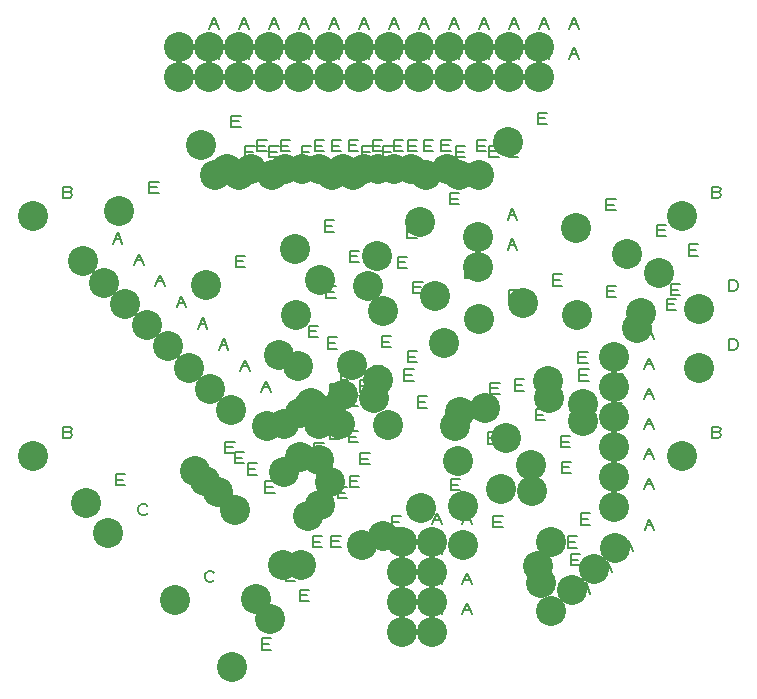
<source format=gbr>
G04 EasyPC Gerber Version 21.0.3 Build 4286 *
G04 #@! TF.Part,Single*
G04 #@! TF.FileFunction,Drillmap *
G04 #@! TF.FilePolarity,Positive *
%FSLAX35Y35*%
%MOIN*%
%ADD10C,0.00500*%
G04 #@! TA.AperFunction,WasherPad*
%ADD128C,0.10000*%
X0Y0D02*
D02*
D10*
X26037Y88963D02*
X26663Y88650D01*
X26975Y88025*
X26663Y87400*
X26037Y87087*
X23850*
Y90837*
X26037*
X26663Y90525*
X26975Y89900*
X26663Y89275*
X26037Y88963*
X23850*
X26037Y168963D02*
X26663Y168650D01*
X26975Y168025*
X26663Y167400*
X26037Y167087*
X23850*
Y170837*
X26037*
X26663Y170525*
X26975Y169900*
X26663Y169275*
X26037Y168963*
X23850*
X40501Y151836D02*
X42064Y155586D01*
X43626Y151836*
X41126Y153399D02*
X43001D01*
X41350Y71287D02*
Y75037D01*
X44475*
X43850Y73163D02*
X41350D01*
Y71287D02*
X44475D01*
X47572Y144765D02*
X49135Y148515D01*
X50698Y144765*
X48198Y146328D02*
X50072D01*
X51990Y61998D02*
X51677Y61685D01*
X51052Y61373*
X50115*
X49490Y61685*
X49177Y61998*
X48865Y62623*
Y63873*
X49177Y64498*
X49490Y64811*
X50115Y65123*
X51052*
X51677Y64811*
X51990Y64498*
X52550Y168787D02*
Y172537D01*
X55675*
X55050Y170663D02*
X52550D01*
Y168787D02*
X55675D01*
X54643Y137694D02*
X56206Y141444D01*
X57769Y137694*
X55269Y139257D02*
X57143D01*
X61715Y130623D02*
X63277Y134373D01*
X64840Y130623*
X62340Y132185D02*
X64215D01*
X68785Y123552D02*
X70348Y127302D01*
X71911Y123552*
X69411Y125115D02*
X71285D01*
X74264Y39724D02*
X73951Y39411D01*
X73326Y39099*
X72389*
X71764Y39411*
X71451Y39724*
X71139Y40349*
Y41599*
X71451Y42224*
X71764Y42537*
X72389Y42849*
X73326*
X73951Y42537*
X74264Y42224*
X72650Y213487D02*
X74213Y217237D01*
X75775Y213487*
X73275Y215050D02*
X75150D01*
X72650Y223487D02*
X74213Y227237D01*
X75775Y223487*
X73275Y225050D02*
X75150D01*
X75857Y116481D02*
X77419Y120231D01*
X78982Y116481*
X76482Y118043D02*
X78357D01*
X77950Y82087D02*
Y85837D01*
X81075*
X80450Y83963D02*
X77950D01*
Y82087D02*
X81075D01*
X79950Y190687D02*
Y194437D01*
X83075*
X82450Y192563D02*
X79950D01*
Y190687D02*
X83075D01*
X81150Y78587D02*
Y82337D01*
X84275*
X83650Y80463D02*
X81150D01*
Y78587D02*
X84275D01*
X81350Y144087D02*
Y147837D01*
X84475*
X83850Y145963D02*
X81350D01*
Y144087D02*
X84475D01*
X82650Y213487D02*
X84213Y217237D01*
X85775Y213487*
X83275Y215050D02*
X85150D01*
X82650Y223487D02*
X84213Y227237D01*
X85775Y223487*
X83275Y225050D02*
X85150D01*
X82928Y109410D02*
X84490Y113160D01*
X86053Y109410*
X83553Y110972D02*
X85428D01*
X84650Y180587D02*
Y184337D01*
X87775*
X87150Y182463D02*
X84650D01*
Y180587D02*
X87775D01*
X85450Y74887D02*
Y78637D01*
X88575*
X87950Y76763D02*
X85450D01*
Y74887D02*
X88575D01*
X88550Y182587D02*
Y186337D01*
X91675*
X91050Y184463D02*
X88550D01*
Y182587D02*
X91675D01*
X89999Y102339D02*
X91561Y106089D01*
X93124Y102339*
X90624Y103901D02*
X92499D01*
X90088Y16550D02*
Y20300D01*
X93213*
X92588Y18425D02*
X90088D01*
Y16550D02*
X93213D01*
X91250Y68887D02*
Y72637D01*
X94375*
X93750Y70763D02*
X91250D01*
Y68887D02*
X94375D01*
X92650Y180587D02*
Y184337D01*
X95775*
X95150Y182463D02*
X92650D01*
Y180587D02*
X95775D01*
X92650Y213487D02*
X94213Y217237D01*
X95775Y213487*
X93275Y215050D02*
X95150D01*
X92650Y223487D02*
X94213Y227237D01*
X95775Y223487*
X93275Y225050D02*
X95150D01*
X96350Y182587D02*
Y186337D01*
X99475*
X98850Y184463D02*
X96350D01*
Y182587D02*
X99475D01*
X98150Y39487D02*
Y43237D01*
X101275*
X100650Y41363D02*
X98150D01*
Y39487D02*
X101275D01*
X101750Y96887D02*
Y100637D01*
X104875*
X104250Y98763D02*
X101750D01*
Y96887D02*
X104875D01*
X101800Y96837D02*
Y100587D01*
X104925*
X104300Y98713D02*
X101800D01*
Y96837D02*
X104925D01*
X102650Y213487D02*
X104213Y217237D01*
X105775Y213487*
X103275Y215050D02*
X105150D01*
X102650Y223487D02*
X104213Y227237D01*
X105775Y223487*
X103275Y225050D02*
X105150D01*
X102750Y32787D02*
Y36537D01*
X105875*
X105250Y34663D02*
X102750D01*
Y32787D02*
X105875D01*
X103450Y180587D02*
Y184337D01*
X106575*
X105950Y182463D02*
X103450D01*
Y180587D02*
X106575D01*
X105750Y120787D02*
Y124537D01*
X108875*
X108250Y122663D02*
X105750D01*
Y120787D02*
X108875D01*
X107050Y50587D02*
Y54337D01*
X110175*
X109550Y52463D02*
X107050D01*
Y50587D02*
X110175D01*
X107650Y81687D02*
Y85437D01*
X110775*
X110150Y83563D02*
X107650D01*
Y81687D02*
X110775D01*
X107650Y97587D02*
Y101337D01*
X110775*
X110150Y99463D02*
X107650D01*
Y97587D02*
X110775D01*
X107750Y182587D02*
Y186337D01*
X110875*
X110250Y184463D02*
X107750D01*
Y182587D02*
X110875D01*
X111150Y155887D02*
Y159637D01*
X114275*
X113650Y157763D02*
X111150D01*
Y155887D02*
X114275D01*
X111550Y133887D02*
Y137637D01*
X114675*
X114050Y135763D02*
X111550D01*
Y133887D02*
X114675D01*
X112150Y116887D02*
Y120637D01*
X115275*
X114650Y118763D02*
X112150D01*
Y116887D02*
X115275D01*
X112650Y213487D02*
X114213Y217237D01*
X115775Y213487*
X113275Y215050D02*
X115150D01*
X112650Y223487D02*
X114213Y227237D01*
X115775Y223487*
X113275Y225050D02*
X115150D01*
X112750Y86587D02*
Y90337D01*
X115875*
X115250Y88463D02*
X112750D01*
Y86587D02*
X115875D01*
X112750Y101187D02*
Y104937D01*
X115875*
X115250Y103063D02*
X112750D01*
Y101187D02*
X115875D01*
X113250Y50787D02*
Y54537D01*
X116375*
X115750Y52663D02*
X113250D01*
Y50787D02*
X116375D01*
X113450Y182587D02*
Y186337D01*
X116575*
X115950Y184463D02*
X113450D01*
Y182587D02*
X116575D01*
X115350Y66987D02*
Y70737D01*
X118475*
X117850Y68863D02*
X115350D01*
Y66987D02*
X118475D01*
X116350Y104587D02*
Y108337D01*
X119475*
X118850Y106463D02*
X116350D01*
Y104587D02*
X119475D01*
X119150Y85587D02*
Y89337D01*
X122275*
X121650Y87463D02*
X119150D01*
Y85587D02*
X122275D01*
X119150Y97787D02*
Y101537D01*
X122275*
X121650Y99663D02*
X119150D01*
Y97787D02*
X122275D01*
X119150Y182687D02*
Y186437D01*
X122275*
X121650Y184563D02*
X119150D01*
Y182687D02*
X122275D01*
X119350Y70687D02*
Y74437D01*
X122475*
X121850Y72563D02*
X119350D01*
Y70687D02*
X122475D01*
X119487Y145687D02*
Y149437D01*
X122612*
X121987Y147563D02*
X119487D01*
Y145687D02*
X122612D01*
X122650Y213487D02*
X124213Y217237D01*
X125775Y213487*
X123275Y215050D02*
X125150D01*
X122650Y223487D02*
X124213Y227237D01*
X125775Y223487*
X123275Y225050D02*
X125150D01*
X122750Y102487D02*
Y106237D01*
X125875*
X125250Y104363D02*
X122750D01*
Y102487D02*
X125875D01*
X122970Y78287D02*
Y82037D01*
X126096*
X125470Y80163D02*
X122970D01*
Y78287D02*
X126096D01*
X123650Y180587D02*
Y184337D01*
X126775*
X126150Y182463D02*
X123650D01*
Y180587D02*
X126775D01*
X126250Y97687D02*
Y101437D01*
X129375*
X128750Y99563D02*
X126250D01*
Y97687D02*
X129375D01*
X127150Y182587D02*
Y186337D01*
X130275*
X129650Y184463D02*
X127150D01*
Y182587D02*
X130275D01*
X127250Y107287D02*
Y111037D01*
X130375*
X129750Y109163D02*
X127250D01*
Y107287D02*
X130375D01*
X130150Y117287D02*
Y121037D01*
X133275*
X132650Y119163D02*
X130150D01*
Y117287D02*
X133275D01*
X130650Y180587D02*
Y184337D01*
X133775*
X133150Y182463D02*
X130650D01*
Y180587D02*
X133775D01*
X132650Y213487D02*
X134213Y217237D01*
X135775Y213487*
X133275Y215050D02*
X135150D01*
X132650Y223487D02*
X134213Y227237D01*
X135775Y223487*
X133275Y225050D02*
X135150D01*
X133450Y57187D02*
Y60937D01*
X136575*
X135950Y59063D02*
X133450D01*
Y57187D02*
X136575D01*
X134150Y182587D02*
Y186337D01*
X137275*
X136650Y184463D02*
X134150D01*
Y182587D02*
X137275D01*
X135350Y143787D02*
Y147537D01*
X138475*
X137850Y145663D02*
X135350D01*
Y143787D02*
X138475D01*
X137550Y106187D02*
Y109937D01*
X140675*
X140050Y108063D02*
X137550D01*
Y106187D02*
X140675D01*
X138650Y153687D02*
Y157437D01*
X141775*
X141150Y155563D02*
X138650D01*
Y153687D02*
X141775D01*
X138750Y112287D02*
Y116037D01*
X141875*
X141250Y114163D02*
X138750D01*
Y112287D02*
X141875D01*
X138850Y182587D02*
Y186337D01*
X141975*
X141350Y184463D02*
X138850D01*
Y182587D02*
X141975D01*
X140350Y60487D02*
Y64237D01*
X143475*
X142850Y62363D02*
X140350D01*
Y60487D02*
X143475D01*
X140550Y135387D02*
Y139137D01*
X143675*
X143050Y137263D02*
X140550D01*
Y135387D02*
X143675D01*
X142050Y97187D02*
Y100937D01*
X145175*
X144550Y99063D02*
X142050D01*
Y97187D02*
X145175D01*
X142650Y213487D02*
X144213Y217237D01*
X145775Y213487*
X143275Y215050D02*
X145150D01*
X142650Y223487D02*
X144213Y227237D01*
X145775Y223487*
X143275Y225050D02*
X145150D01*
X144050Y182587D02*
Y186337D01*
X147175*
X146550Y184463D02*
X144050D01*
Y182587D02*
X147175D01*
X146950Y28287D02*
X148513Y32037D01*
X150075Y28287*
X147575Y29850D02*
X149450D01*
X146950Y38287D02*
X148513Y42037D01*
X150075Y38287*
X147575Y39850D02*
X149450D01*
X146950Y48287D02*
X148513Y52037D01*
X150075Y48287*
X147575Y49850D02*
X149450D01*
X146950Y58287D02*
X148513Y62037D01*
X150075Y58287*
X147575Y59850D02*
X149450D01*
X149950Y182687D02*
Y186437D01*
X153075*
X152450Y184563D02*
X149950D01*
Y182687D02*
X153075D01*
X152650Y213487D02*
X154213Y217237D01*
X155775Y213487*
X153275Y215050D02*
X155150D01*
X152650Y223487D02*
X154213Y227237D01*
X155775Y223487*
X153275Y225050D02*
X155150D01*
X152850Y164987D02*
Y168737D01*
X155975*
X155350Y166863D02*
X152850D01*
Y164987D02*
X155975D01*
X153150Y69587D02*
Y73337D01*
X156275*
X155650Y71463D02*
X153150D01*
Y69587D02*
X156275D01*
X154850Y180587D02*
Y184337D01*
X157975*
X157350Y182463D02*
X154850D01*
Y180587D02*
X157975D01*
X156950Y28287D02*
X158513Y32037D01*
X160075Y28287*
X157575Y29850D02*
X159450D01*
X156950Y38287D02*
X158513Y42037D01*
X160075Y38287*
X157575Y39850D02*
X159450D01*
X156950Y48287D02*
X158513Y52037D01*
X160075Y48287*
X157575Y49850D02*
X159450D01*
X156950Y58287D02*
X158513Y62037D01*
X160075Y58287*
X157575Y59850D02*
X159450D01*
X157750Y140487D02*
Y144237D01*
X160875*
X160250Y142363D02*
X157750D01*
Y140487D02*
X160875D01*
X160850Y124587D02*
Y128337D01*
X163975*
X163350Y126463D02*
X160850D01*
Y124587D02*
X163975D01*
X161850Y182587D02*
Y186337D01*
X164975*
X164350Y184463D02*
X161850D01*
Y182587D02*
X164975D01*
X162650Y213487D02*
X164213Y217237D01*
X165775Y213487*
X163275Y215050D02*
X165150D01*
X162650Y223487D02*
X164213Y227237D01*
X165775Y223487*
X163275Y225050D02*
X165150D01*
X164450Y97087D02*
Y100837D01*
X167575*
X166950Y98963D02*
X164450D01*
Y97087D02*
X167575D01*
X165650Y85187D02*
Y88937D01*
X168775*
X168150Y87063D02*
X165650D01*
Y85187D02*
X168775D01*
X165950Y180787D02*
Y184537D01*
X169075*
X168450Y182663D02*
X165950D01*
Y180787D02*
X169075D01*
X166250Y101787D02*
Y105537D01*
X169375*
X168750Y103663D02*
X166250D01*
Y101787D02*
X169375D01*
X167050Y70287D02*
Y74037D01*
X170175*
X169550Y72163D02*
X167050D01*
Y70287D02*
X170175D01*
X167250Y57287D02*
Y61037D01*
X170375*
X169750Y59163D02*
X167250D01*
Y57287D02*
X170375D01*
X172050Y149887D02*
X173613Y153637D01*
X175175Y149887*
X172675Y151450D02*
X174550D01*
X172050Y159887D02*
X173613Y163637D01*
X175175Y159887*
X172675Y161450D02*
X174550D01*
X172350Y180587D02*
Y184337D01*
X175475*
X174850Y182463D02*
X172350D01*
Y180587D02*
X175475D01*
X172550Y132687D02*
Y136437D01*
X175675*
X175050Y134563D02*
X172550D01*
Y132687D02*
X175675D01*
X172650Y213487D02*
X174213Y217237D01*
X175775Y213487*
X173275Y215050D02*
X175150D01*
X172650Y223487D02*
X174213Y227237D01*
X175775Y223487*
X173275Y225050D02*
X175150D01*
X174450Y102887D02*
Y106637D01*
X177575*
X176950Y104763D02*
X174450D01*
Y102887D02*
X177575D01*
X179850Y75887D02*
Y79637D01*
X182975*
X182350Y77763D02*
X179850D01*
Y75887D02*
X182975D01*
X181450Y92987D02*
Y96737D01*
X184575*
X183950Y94863D02*
X181450D01*
Y92987D02*
X184575D01*
X182150Y191787D02*
Y195537D01*
X185275*
X184650Y193663D02*
X182150D01*
Y191787D02*
X185275D01*
X182650Y213487D02*
X184213Y217237D01*
X185775Y213487*
X183275Y215050D02*
X185150D01*
X182650Y223487D02*
X184213Y227237D01*
X185775Y223487*
X183275Y225050D02*
X185150D01*
X187150Y137887D02*
Y141637D01*
X190275*
X189650Y139763D02*
X187150D01*
Y137887D02*
X190275D01*
X189850Y83987D02*
Y87737D01*
X192975*
X192350Y85863D02*
X189850D01*
Y83987D02*
X192975D01*
X190150Y75387D02*
Y79137D01*
X193275*
X192650Y77263D02*
X190150D01*
Y75387D02*
X193275D01*
X192150Y50487D02*
Y54237D01*
X195275*
X194650Y52363D02*
X192150D01*
Y50487D02*
X195275D01*
X192650Y213487D02*
X194213Y217237D01*
X195775Y213487*
X193275Y215050D02*
X195150D01*
X192650Y223487D02*
X194213Y227237D01*
X195775Y223487*
X193275Y225050D02*
X195150D01*
X193150Y44587D02*
Y48337D01*
X196275*
X195650Y46463D02*
X193150D01*
Y44587D02*
X196275D01*
X195550Y112087D02*
Y115837D01*
X198675*
X198050Y113963D02*
X195550D01*
Y112087D02*
X198675D01*
X195950Y106187D02*
Y109937D01*
X199075*
X198450Y108063D02*
X195950D01*
Y106187D02*
X199075D01*
X196350Y58187D02*
Y61937D01*
X199475*
X198850Y60063D02*
X196350D01*
Y58187D02*
X199475D01*
X196537Y35174D02*
X198099Y38924D01*
X199662Y35174*
X197162Y36737D02*
X199037D01*
X203608Y42245D02*
X205170Y45995D01*
X206733Y42245*
X204233Y43808D02*
X206108D01*
X204950Y162987D02*
Y166737D01*
X208075*
X207450Y164863D02*
X204950D01*
Y162987D02*
X208075D01*
X205050Y134087D02*
Y137837D01*
X208175*
X207550Y135963D02*
X205050D01*
Y134087D02*
X208175D01*
X207050Y98787D02*
Y102537D01*
X210175*
X209550Y100663D02*
X207050D01*
Y98787D02*
X210175D01*
X207250Y104487D02*
Y108237D01*
X210375*
X209750Y106363D02*
X207250D01*
Y104487D02*
X210375D01*
X210679Y49316D02*
X212241Y53066D01*
X213804Y49316*
X211304Y50879D02*
X213179D01*
X217650Y70087D02*
X219213Y73837D01*
X220775Y70087*
X218275Y71650D02*
X220150D01*
X217650Y80087D02*
X219213Y83837D01*
X220775Y80087*
X218275Y81650D02*
X220150D01*
X217650Y90087D02*
X219213Y93837D01*
X220775Y90087*
X218275Y91650D02*
X220150D01*
X217650Y100087D02*
X219213Y103837D01*
X220775Y100087*
X218275Y101650D02*
X220150D01*
X217650Y110087D02*
X219213Y113837D01*
X220775Y110087*
X218275Y111650D02*
X220150D01*
X217650Y120087D02*
X219213Y123837D01*
X220775Y120087*
X218275Y121650D02*
X220150D01*
X217750Y56387D02*
X219313Y60137D01*
X220875Y56387*
X218375Y57950D02*
X220250D01*
X221850Y154387D02*
Y158137D01*
X224975*
X224350Y156263D02*
X221850D01*
Y154387D02*
X224975D01*
X225150Y129787D02*
Y133537D01*
X228275*
X227650Y131663D02*
X225150D01*
Y129787D02*
X228275D01*
X226450Y134587D02*
Y138337D01*
X229575*
X228950Y136463D02*
X226450D01*
Y134587D02*
X229575D01*
X232350Y147887D02*
Y151637D01*
X235475*
X234850Y149763D02*
X232350D01*
Y147887D02*
X235475D01*
X242337Y88963D02*
X242963Y88650D01*
X243275Y88025*
X242963Y87400*
X242337Y87087*
X240150*
Y90837*
X242337*
X242963Y90525*
X243275Y89900*
X242963Y89275*
X242337Y88963*
X240150*
X242337Y168963D02*
X242963Y168650D01*
X243275Y168025*
X242963Y167400*
X242337Y167087*
X240150*
Y170837*
X242337*
X242963Y170525*
X243275Y169900*
X242963Y169275*
X242337Y168963*
X240150*
X245750Y116387D02*
Y120137D01*
X247625*
X248250Y119825*
X248563Y119513*
X248875Y118887*
Y117637*
X248563Y117013*
X248250Y116700*
X247625Y116387*
X245750*
Y135987D02*
Y139737D01*
X247625*
X248250Y139425*
X248563Y139113*
X248875Y138487*
Y137237*
X248563Y136613*
X248250Y136300*
X247625Y135987*
X245750*
D02*
D128*
X13850Y81150D03*
Y161150D03*
X30501Y145899D03*
X31350Y65350D03*
X37572Y138828D03*
X38865Y55435D03*
X42550Y162850D03*
X44643Y131757D03*
X51715Y124685D03*
X58785Y117615D03*
X61139Y33161D03*
X62650Y207550D03*
Y217550D03*
X65857Y110543D03*
X67950Y76150D03*
X69950Y184750D03*
X71150Y72650D03*
X71350Y138150D03*
X72650Y207550D03*
Y217550D03*
X72928Y103472D03*
X74650Y174650D03*
X75450Y68950D03*
X78550Y176650D03*
X79999Y96401D03*
X80088Y10612D03*
X81250Y62950D03*
X82650Y174650D03*
Y207550D03*
Y217550D03*
X86350Y176650D03*
X88150Y33550D03*
X91750Y90950D03*
X91800Y90900D03*
X92650Y207550D03*
Y217550D03*
X92750Y26850D03*
X93450Y174650D03*
X95750Y114850D03*
X97050Y44650D03*
X97650Y75750D03*
Y91650D03*
X97750Y176650D03*
X101150Y149950D03*
X101550Y127950D03*
X102150Y110950D03*
X102650Y207550D03*
Y217550D03*
X102750Y80650D03*
Y95250D03*
X103250Y44850D03*
X103450Y176650D03*
X105350Y61050D03*
X106350Y98650D03*
X109150Y79650D03*
Y91850D03*
Y176750D03*
X109350Y64750D03*
X109487Y139750D03*
X112650Y207550D03*
Y217550D03*
X112750Y96550D03*
X112970Y72350D03*
X113650Y174650D03*
X116250Y91750D03*
X117150Y176650D03*
X117250Y101350D03*
X120150Y111350D03*
X120650Y174650D03*
X122650Y207550D03*
Y217550D03*
X123450Y51250D03*
X124150Y176650D03*
X125350Y137850D03*
X127550Y100250D03*
X128650Y147750D03*
X128750Y106350D03*
X128850Y176650D03*
X130350Y54550D03*
X130550Y129450D03*
X132050Y91250D03*
X132650Y207550D03*
Y217550D03*
X134050Y176650D03*
X136950Y22350D03*
Y32350D03*
Y42350D03*
Y52350D03*
X139950Y176750D03*
X142650Y207550D03*
Y217550D03*
X142850Y159050D03*
X143150Y63650D03*
X144850Y174650D03*
X146950Y22350D03*
Y32350D03*
Y42350D03*
Y52350D03*
X147750Y134550D03*
X150850Y118650D03*
X151850Y176650D03*
X152650Y207550D03*
Y217550D03*
X154450Y91150D03*
X155650Y79250D03*
X155950Y174850D03*
X156250Y95850D03*
X157050Y64350D03*
X157250Y51350D03*
X162050Y143950D03*
Y153950D03*
X162350Y174650D03*
X162550Y126750D03*
X162650Y207550D03*
Y217550D03*
X164450Y96950D03*
X169850Y69950D03*
X171450Y87050D03*
X172150Y185850D03*
X172650Y207550D03*
Y217550D03*
X177150Y131950D03*
X179850Y78050D03*
X180150Y69450D03*
X182150Y44550D03*
X182650Y207550D03*
Y217550D03*
X183150Y38650D03*
X185550Y106150D03*
X185950Y100250D03*
X186350Y52250D03*
X186537Y29237D03*
X193608Y36308D03*
X194950Y157050D03*
X195050Y128150D03*
X197050Y92850D03*
X197250Y98550D03*
X200679Y43379D03*
X207650Y64150D03*
Y74150D03*
Y84150D03*
Y94150D03*
Y104150D03*
Y114150D03*
X207750Y50450D03*
X211850Y148450D03*
X215150Y123850D03*
X216450Y128650D03*
X222350Y141950D03*
X230150Y81150D03*
Y161150D03*
X235750Y110450D03*
Y130050D03*
X0Y0D02*
M02*

</source>
